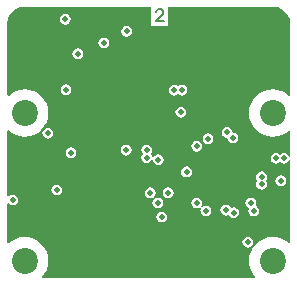
<source format=gbr>
%TF.GenerationSoftware,Altium Limited,Altium Designer,20.1.12 (249)*%
G04 Layer_Physical_Order=2*
G04 Layer_Color=36540*
%FSLAX45Y45*%
%MOMM*%
%TF.SameCoordinates,27206DED-D720-4121-B7EB-46A740E941A3*%
%TF.FilePolarity,Positive*%
%TF.FileFunction,Copper,L2,Inr,Signal*%
%TF.Part,Single*%
G01*
G75*
%TA.AperFunction,NonConductor*%
%ADD38C,0.20000*%
%TA.AperFunction,WasherPad*%
%ADD39C,2.20000*%
%TA.AperFunction,ViaPad*%
%ADD40C,0.50000*%
G36*
X2343467Y2343295D02*
X2370588Y2332061D01*
X2394996Y2315753D01*
X2415752Y2294997D01*
X2432061Y2270588D01*
X2443295Y2243467D01*
X2449022Y2214678D01*
Y2200000D01*
Y1602859D01*
X2436322Y1596852D01*
X2411652Y1617098D01*
X2376907Y1635670D01*
X2339207Y1647106D01*
X2300000Y1650967D01*
X2260793Y1647106D01*
X2223093Y1635670D01*
X2188348Y1617098D01*
X2157894Y1592106D01*
X2132901Y1561651D01*
X2114330Y1526907D01*
X2102894Y1489207D01*
X2099032Y1450000D01*
X2102894Y1410793D01*
X2114330Y1373093D01*
X2132901Y1338348D01*
X2157894Y1307894D01*
X2188348Y1282901D01*
X2223093Y1264330D01*
X2260793Y1252894D01*
X2300000Y1249032D01*
X2339207Y1252894D01*
X2376907Y1264330D01*
X2411652Y1282901D01*
X2436322Y1303148D01*
X2449022Y1297141D01*
Y1076606D01*
X2436322Y1075355D01*
X2434889Y1082558D01*
X2424943Y1097443D01*
X2410058Y1107389D01*
X2392500Y1110881D01*
X2374942Y1107389D01*
X2360057Y1097443D01*
X2359943D01*
X2345058Y1107389D01*
X2327500Y1110881D01*
X2309942Y1107389D01*
X2295057Y1097443D01*
X2285111Y1082558D01*
X2281618Y1065000D01*
X2285111Y1047442D01*
X2295057Y1032557D01*
X2309942Y1022611D01*
X2327500Y1019118D01*
X2345058Y1022611D01*
X2359943Y1032557D01*
X2360057D01*
X2374942Y1022611D01*
X2392500Y1019118D01*
X2410058Y1022611D01*
X2424943Y1032557D01*
X2434889Y1047442D01*
X2436322Y1054645D01*
X2449022Y1053394D01*
Y352859D01*
X2436322Y346852D01*
X2411652Y367099D01*
X2376907Y385670D01*
X2339207Y397106D01*
X2300000Y400968D01*
X2260793Y397106D01*
X2223093Y385670D01*
X2188348Y367099D01*
X2157894Y342106D01*
X2132901Y311652D01*
X2114330Y276907D01*
X2102894Y239207D01*
X2099032Y200000D01*
X2102894Y160793D01*
X2114330Y123093D01*
X2132901Y88349D01*
X2153148Y63678D01*
X2147141Y50978D01*
X352859D01*
X346852Y63678D01*
X367099Y88349D01*
X385670Y123093D01*
X397106Y160793D01*
X400968Y200000D01*
X397106Y239207D01*
X385670Y276907D01*
X367099Y311652D01*
X342106Y342106D01*
X311652Y367099D01*
X276907Y385670D01*
X239207Y397106D01*
X200000Y400968D01*
X160793Y397106D01*
X123093Y385670D01*
X88349Y367099D01*
X63678Y346852D01*
X50978Y352859D01*
Y680767D01*
X63678Y684620D01*
X65057Y682557D01*
X79942Y672611D01*
X97500Y669119D01*
X115058Y672611D01*
X129943Y682557D01*
X139889Y697442D01*
X143381Y715000D01*
X139889Y732558D01*
X129943Y747443D01*
X115058Y757389D01*
X97500Y760882D01*
X79942Y757389D01*
X65057Y747443D01*
X63678Y745380D01*
X50978Y749233D01*
Y1297141D01*
X63678Y1303148D01*
X88349Y1282901D01*
X123093Y1264330D01*
X160793Y1252894D01*
X200000Y1249032D01*
X239207Y1252894D01*
X276907Y1264330D01*
X311652Y1282901D01*
X342106Y1307894D01*
X367099Y1338348D01*
X385670Y1373093D01*
X397106Y1410793D01*
X400968Y1450000D01*
X397106Y1489207D01*
X385670Y1526907D01*
X367099Y1561651D01*
X342106Y1592106D01*
X311652Y1617098D01*
X276907Y1635670D01*
X239207Y1647106D01*
X200000Y1650967D01*
X160793Y1647106D01*
X123093Y1635670D01*
X88349Y1617098D01*
X63678Y1596852D01*
X50978Y1602859D01*
Y2200000D01*
Y2214677D01*
X56705Y2243468D01*
X67939Y2270588D01*
X84247Y2294996D01*
X105003Y2315752D01*
X129412Y2332061D01*
X156533Y2343295D01*
X185322Y2349022D01*
X1270000D01*
Y2187500D01*
X1416652D01*
Y2349022D01*
X2314677D01*
X2343467Y2343295D01*
D02*
G37*
%LPC*%
G36*
X545000Y2288382D02*
X527442Y2284889D01*
X512557Y2274943D01*
X502611Y2260058D01*
X499118Y2242500D01*
X502611Y2224942D01*
X512557Y2210057D01*
X527442Y2200111D01*
X545000Y2196618D01*
X562558Y2200111D01*
X577443Y2210057D01*
X587389Y2224942D01*
X590881Y2242500D01*
X587389Y2260058D01*
X577443Y2274943D01*
X562558Y2284889D01*
X545000Y2288382D01*
D02*
G37*
G36*
X1062500Y2185882D02*
X1044942Y2182389D01*
X1030057Y2172443D01*
X1020111Y2157558D01*
X1016618Y2140000D01*
X1020111Y2122442D01*
X1030057Y2107557D01*
X1044942Y2097611D01*
X1062500Y2094118D01*
X1080058Y2097611D01*
X1094943Y2107557D01*
X1104889Y2122442D01*
X1108382Y2140000D01*
X1104889Y2157558D01*
X1094943Y2172443D01*
X1080058Y2182389D01*
X1062500Y2185882D01*
D02*
G37*
G36*
X870000Y2088381D02*
X852442Y2084889D01*
X837557Y2074943D01*
X827611Y2060058D01*
X824118Y2042500D01*
X827611Y2024942D01*
X837557Y2010056D01*
X852442Y2000111D01*
X870000Y1996618D01*
X887558Y2000111D01*
X902443Y2010056D01*
X912389Y2024942D01*
X915882Y2042500D01*
X912389Y2060058D01*
X902443Y2074943D01*
X887558Y2084889D01*
X870000Y2088381D01*
D02*
G37*
G36*
X650000Y1995881D02*
X632442Y1992389D01*
X617557Y1982443D01*
X607611Y1967558D01*
X604118Y1950000D01*
X607611Y1932442D01*
X617557Y1917557D01*
X632442Y1907611D01*
X650000Y1904118D01*
X667558Y1907611D01*
X682443Y1917557D01*
X692389Y1932442D01*
X695882Y1950000D01*
X692389Y1967558D01*
X682443Y1982443D01*
X667558Y1992389D01*
X650000Y1995881D01*
D02*
G37*
G36*
X1532500Y1688381D02*
X1514942Y1684889D01*
X1500057Y1674943D01*
X1499943D01*
X1485058Y1684889D01*
X1467500Y1688381D01*
X1449942Y1684889D01*
X1435057Y1674943D01*
X1425111Y1660058D01*
X1421618Y1642500D01*
X1425111Y1624942D01*
X1435057Y1610057D01*
X1449942Y1600111D01*
X1467500Y1596618D01*
X1485058Y1600111D01*
X1499943Y1610057D01*
X1500057D01*
X1514942Y1600111D01*
X1532500Y1596618D01*
X1550058Y1600111D01*
X1564943Y1610057D01*
X1574889Y1624942D01*
X1578381Y1642500D01*
X1574889Y1660058D01*
X1564943Y1674943D01*
X1550058Y1684889D01*
X1532500Y1688381D01*
D02*
G37*
G36*
X550000Y1693381D02*
X532442Y1689889D01*
X517557Y1679943D01*
X507611Y1665058D01*
X504118Y1647500D01*
X507611Y1629942D01*
X517557Y1615057D01*
X532442Y1605111D01*
X550000Y1601618D01*
X567558Y1605111D01*
X582443Y1615057D01*
X592389Y1629942D01*
X595881Y1647500D01*
X592389Y1665058D01*
X582443Y1679943D01*
X567558Y1689889D01*
X550000Y1693381D01*
D02*
G37*
G36*
X1520000Y1500881D02*
X1502442Y1497389D01*
X1487557Y1487443D01*
X1477611Y1472558D01*
X1474118Y1455000D01*
X1477611Y1437442D01*
X1487557Y1422557D01*
X1502442Y1412611D01*
X1520000Y1409118D01*
X1537558Y1412611D01*
X1552443Y1422557D01*
X1562389Y1437442D01*
X1565882Y1455000D01*
X1562389Y1472558D01*
X1552443Y1487443D01*
X1537558Y1497389D01*
X1520000Y1500881D01*
D02*
G37*
G36*
X395000Y1323382D02*
X377442Y1319889D01*
X362557Y1309943D01*
X352611Y1295058D01*
X349118Y1277500D01*
X352611Y1259942D01*
X362557Y1245057D01*
X377442Y1235111D01*
X395000Y1231619D01*
X412558Y1235111D01*
X427443Y1245057D01*
X437389Y1259942D01*
X440882Y1277500D01*
X437389Y1295058D01*
X427443Y1309943D01*
X412558Y1319889D01*
X395000Y1323382D01*
D02*
G37*
G36*
X1915000Y1330849D02*
X1897442Y1327357D01*
X1882557Y1317411D01*
X1872611Y1302525D01*
X1869118Y1284967D01*
X1872611Y1267409D01*
X1882557Y1252524D01*
X1897442Y1242578D01*
X1906000Y1240876D01*
X1915362Y1238275D01*
X1920314Y1227194D01*
X1921763Y1219909D01*
X1931709Y1205024D01*
X1946595Y1195078D01*
X1964153Y1191586D01*
X1981711Y1195078D01*
X1996596Y1205024D01*
X2006542Y1219909D01*
X2010034Y1237467D01*
X2006542Y1255025D01*
X1996596Y1269911D01*
X1981711Y1279856D01*
X1973153Y1281559D01*
X1963790Y1284159D01*
X1958838Y1295241D01*
X1957389Y1302525D01*
X1947443Y1317411D01*
X1932558Y1327357D01*
X1915000Y1330849D01*
D02*
G37*
G36*
X1752500Y1278381D02*
X1734942Y1274888D01*
X1720057Y1264943D01*
X1710111Y1250057D01*
X1706619Y1232499D01*
X1710111Y1214941D01*
X1720057Y1200056D01*
X1734942Y1190110D01*
X1752500Y1186618D01*
X1770058Y1190110D01*
X1784943Y1200056D01*
X1794889Y1214941D01*
X1798382Y1232499D01*
X1794889Y1250057D01*
X1784943Y1264943D01*
X1770058Y1274888D01*
X1752500Y1278381D01*
D02*
G37*
G36*
X1655000Y1213381D02*
X1637442Y1209889D01*
X1622557Y1199943D01*
X1612611Y1185058D01*
X1609119Y1167500D01*
X1612611Y1149942D01*
X1622557Y1135057D01*
X1637442Y1125111D01*
X1655000Y1121618D01*
X1672559Y1125111D01*
X1687444Y1135057D01*
X1697390Y1149942D01*
X1700882Y1167500D01*
X1697390Y1185058D01*
X1687444Y1199943D01*
X1672559Y1209889D01*
X1655000Y1213381D01*
D02*
G37*
G36*
X1060000Y1180882D02*
X1042442Y1177389D01*
X1027557Y1167443D01*
X1017611Y1152558D01*
X1014118Y1135000D01*
X1017611Y1117442D01*
X1027557Y1102557D01*
X1042442Y1092611D01*
X1060000Y1089118D01*
X1077558Y1092611D01*
X1092443Y1102557D01*
X1102389Y1117442D01*
X1105881Y1135000D01*
X1102389Y1152558D01*
X1092443Y1167443D01*
X1077558Y1177389D01*
X1060000Y1180882D01*
D02*
G37*
G36*
X592500Y1160881D02*
X574942Y1157389D01*
X560057Y1147443D01*
X550111Y1132558D01*
X546618Y1115000D01*
X550111Y1097442D01*
X560057Y1082557D01*
X574942Y1072611D01*
X592500Y1069118D01*
X610058Y1072611D01*
X624943Y1082557D01*
X634889Y1097442D01*
X638382Y1115000D01*
X634889Y1132558D01*
X624943Y1147443D01*
X610058Y1157389D01*
X592500Y1160881D01*
D02*
G37*
G36*
X1232500Y1180881D02*
X1214942Y1177389D01*
X1200057Y1167443D01*
X1190111Y1152558D01*
X1186618Y1135000D01*
X1190111Y1117442D01*
X1199259Y1103750D01*
X1190111Y1090058D01*
X1186618Y1072500D01*
X1190111Y1054942D01*
X1200057Y1040057D01*
X1214942Y1030111D01*
X1232500Y1026618D01*
X1250058Y1030111D01*
X1264943Y1040057D01*
X1274540Y1054419D01*
X1277273Y1054411D01*
X1287174Y1052208D01*
X1290111Y1037442D01*
X1300057Y1022557D01*
X1314942Y1012611D01*
X1332500Y1009118D01*
X1350058Y1012611D01*
X1364943Y1022557D01*
X1374889Y1037442D01*
X1378382Y1055000D01*
X1374889Y1072558D01*
X1364943Y1087443D01*
X1350058Y1097389D01*
X1332500Y1100881D01*
X1314942Y1097389D01*
X1300057Y1087443D01*
X1290460Y1073081D01*
X1287727Y1073089D01*
X1277826Y1075292D01*
X1274889Y1090058D01*
X1265740Y1103750D01*
X1274889Y1117442D01*
X1278381Y1135000D01*
X1274889Y1152558D01*
X1264943Y1167443D01*
X1250058Y1177389D01*
X1232500Y1180881D01*
D02*
G37*
G36*
X1570000Y998381D02*
X1552442Y994889D01*
X1537557Y984943D01*
X1527611Y970058D01*
X1524119Y952500D01*
X1527611Y934942D01*
X1537557Y920057D01*
X1552442Y910111D01*
X1570000Y906618D01*
X1587558Y910111D01*
X1602444Y920057D01*
X1612389Y934942D01*
X1615882Y952500D01*
X1612389Y970058D01*
X1602444Y984943D01*
X1587558Y994889D01*
X1570000Y998381D01*
D02*
G37*
G36*
X2367500Y923382D02*
X2349942Y919889D01*
X2335057Y909944D01*
X2325111Y895058D01*
X2321619Y877500D01*
X2325111Y859942D01*
X2335057Y845057D01*
X2349942Y835111D01*
X2367500Y831619D01*
X2385058Y835111D01*
X2399944Y845057D01*
X2409890Y859942D01*
X2413382Y877500D01*
X2409890Y895058D01*
X2399944Y909944D01*
X2385058Y919889D01*
X2367500Y923382D01*
D02*
G37*
G36*
X2205000Y955881D02*
X2187442Y952389D01*
X2172557Y942443D01*
X2162611Y927558D01*
X2159119Y910000D01*
X2162611Y892442D01*
X2172557Y877557D01*
Y877443D01*
X2162611Y862558D01*
X2159119Y845000D01*
X2162611Y827442D01*
X2172557Y812557D01*
X2187442Y802611D01*
X2205000Y799118D01*
X2222558Y802611D01*
X2237443Y812557D01*
X2247389Y827442D01*
X2250882Y845000D01*
X2247389Y862558D01*
X2237443Y877443D01*
Y877557D01*
X2247389Y892442D01*
X2250882Y910000D01*
X2247389Y927558D01*
X2237443Y942443D01*
X2222558Y952389D01*
X2205000Y955881D01*
D02*
G37*
G36*
X470000Y843382D02*
X452442Y839889D01*
X437557Y829943D01*
X427611Y815058D01*
X424119Y797500D01*
X427611Y779942D01*
X437557Y765057D01*
X452442Y755111D01*
X470000Y751619D01*
X487558Y755111D01*
X502443Y765057D01*
X512389Y779942D01*
X515882Y797500D01*
X512389Y815058D01*
X502443Y829943D01*
X487558Y839889D01*
X470000Y843382D01*
D02*
G37*
G36*
X1265000Y820882D02*
X1247442Y817389D01*
X1232557Y807443D01*
X1222611Y792558D01*
X1219119Y775000D01*
X1222611Y757442D01*
X1232557Y742557D01*
X1247442Y732611D01*
X1265000Y729119D01*
X1282558Y732611D01*
X1297443Y742557D01*
X1307389Y757442D01*
X1310882Y775000D01*
X1307389Y792558D01*
X1297443Y807443D01*
X1282558Y817389D01*
X1265000Y820882D01*
D02*
G37*
G36*
X1415000Y820881D02*
X1397442Y817389D01*
X1382557Y807443D01*
X1372611Y792558D01*
X1369119Y775000D01*
X1372611Y757442D01*
X1382557Y742557D01*
X1397442Y732611D01*
X1415000Y729118D01*
X1432558Y732611D01*
X1447444Y742557D01*
X1457390Y757442D01*
X1460882Y775000D01*
X1457390Y792558D01*
X1447444Y807443D01*
X1432558Y817389D01*
X1415000Y820881D01*
D02*
G37*
G36*
X1327500Y733382D02*
X1309942Y729889D01*
X1295057Y719943D01*
X1285111Y705058D01*
X1281618Y687500D01*
X1285111Y669942D01*
X1295057Y655057D01*
X1309942Y645111D01*
X1327500Y641618D01*
X1345058Y645111D01*
X1359943Y655057D01*
X1369889Y669942D01*
X1373382Y687500D01*
X1369889Y705058D01*
X1359943Y719943D01*
X1345058Y729889D01*
X1327500Y733382D01*
D02*
G37*
G36*
X2115000Y733381D02*
X2097442Y729889D01*
X2082557Y719943D01*
X2072611Y705058D01*
X2069118Y687500D01*
X2072611Y669942D01*
X2082557Y655057D01*
X2087641Y651659D01*
X2095273Y640221D01*
X2091780Y622663D01*
X2095273Y605105D01*
X2105219Y590220D01*
X2120104Y580274D01*
X2137662Y576781D01*
X2155220Y580274D01*
X2170105Y590220D01*
X2180051Y605105D01*
X2183544Y622663D01*
X2180051Y640221D01*
X2170105Y655106D01*
X2165021Y658504D01*
X2157389Y669942D01*
X2160881Y687500D01*
X2157389Y705058D01*
X2147443Y719943D01*
X2132558Y729889D01*
X2115000Y733381D01*
D02*
G37*
G36*
X1655000D02*
X1637442Y729889D01*
X1622557Y719943D01*
X1612611Y705058D01*
X1609119Y687500D01*
X1612611Y669942D01*
X1622557Y655057D01*
X1637442Y645111D01*
X1655000Y641618D01*
X1672558Y645111D01*
X1682371Y651667D01*
X1687443Y655056D01*
X1696350Y646897D01*
X1690111Y637558D01*
X1686618Y620000D01*
X1690111Y602442D01*
X1700057Y587557D01*
X1714942Y577611D01*
X1732500Y574118D01*
X1750058Y577611D01*
X1764943Y587557D01*
X1774889Y602442D01*
X1778382Y620000D01*
X1774889Y637558D01*
X1764943Y652443D01*
X1750058Y662389D01*
X1732500Y665882D01*
X1714942Y662389D01*
X1705130Y655833D01*
X1700057Y652444D01*
X1691150Y660603D01*
X1697389Y669942D01*
X1700882Y687500D01*
X1697389Y705058D01*
X1687443Y719943D01*
X1672558Y729889D01*
X1655000Y733381D01*
D02*
G37*
G36*
X1902500Y672131D02*
X1884942Y668639D01*
X1870057Y658693D01*
X1860111Y643808D01*
X1856619Y626250D01*
X1860111Y608692D01*
X1870057Y593807D01*
X1884942Y583861D01*
X1902500Y580368D01*
X1920058Y583861D01*
X1926476Y588149D01*
X1935560Y574554D01*
X1950445Y564608D01*
X1968003Y561115D01*
X1985561Y564608D01*
X2000447Y574554D01*
X2010392Y589439D01*
X2013885Y606997D01*
X2010392Y624555D01*
X2000447Y639440D01*
X1985561Y649386D01*
X1968003Y652878D01*
X1950445Y649386D01*
X1944028Y645098D01*
X1934944Y658693D01*
X1920058Y668639D01*
X1902500Y672131D01*
D02*
G37*
G36*
X1358500Y614881D02*
X1340942Y611389D01*
X1326057Y601443D01*
X1316111Y586558D01*
X1312618Y569000D01*
X1316111Y551442D01*
X1326057Y536557D01*
X1340942Y526611D01*
X1358500Y523118D01*
X1376058Y526611D01*
X1390943Y536557D01*
X1400889Y551442D01*
X1404381Y569000D01*
X1400889Y586558D01*
X1390943Y601443D01*
X1376058Y611389D01*
X1358500Y614881D01*
D02*
G37*
G36*
X2088500Y399881D02*
X2070942Y396389D01*
X2056057Y386443D01*
X2046111Y371558D01*
X2042619Y354000D01*
X2046111Y336442D01*
X2056057Y321557D01*
X2070942Y311611D01*
X2088500Y308118D01*
X2106058Y311611D01*
X2120943Y321557D01*
X2130889Y336442D01*
X2134382Y354000D01*
X2130889Y371558D01*
X2120943Y386443D01*
X2106058Y396389D01*
X2088500Y399881D01*
D02*
G37*
%LPD*%
D38*
X1314761Y2303674D02*
Y2308435D01*
X1319522Y2317957D01*
X1324283Y2322718D01*
X1333805Y2327479D01*
X1352848D01*
X1362370Y2322718D01*
X1367131Y2317957D01*
X1371892Y2308435D01*
Y2298913D01*
X1367131Y2289391D01*
X1357609Y2275109D01*
X1310000Y2227500D01*
X1376653D01*
D39*
X200000Y1450000D02*
D03*
X2300000D02*
D03*
Y200000D02*
D03*
X200000D02*
D03*
D40*
X1415000Y775000D02*
D03*
X1327500Y687500D02*
D03*
X1810000Y116152D02*
D03*
X2327500Y1065000D02*
D03*
X2392500D02*
D03*
X1532500Y1642500D02*
D03*
X1467500D02*
D03*
X1520000Y1455000D02*
D03*
X2205000Y910000D02*
D03*
Y845000D02*
D03*
X1812500Y1380000D02*
D03*
X1915000Y1284967D02*
D03*
X2276635Y1114135D02*
D03*
X217500Y1002500D02*
D03*
X115000D02*
D03*
X320000D02*
D03*
X1902500Y626250D02*
D03*
X2115000Y687500D02*
D03*
X2189235Y781941D02*
D03*
X1005000Y1030000D02*
D03*
X550000Y1647500D02*
D03*
X1060000Y1135000D02*
D03*
X1232500Y1072500D02*
D03*
X2425000Y1127500D02*
D03*
X97500Y782500D02*
D03*
X900000Y637500D02*
D03*
X1732500Y620000D02*
D03*
X1665000Y612500D02*
D03*
X1968003Y606997D02*
D03*
X870000Y2042500D02*
D03*
X1483588Y1273587D02*
D03*
X1650000Y1650000D02*
D03*
X2185000Y427501D02*
D03*
X1570000Y952500D02*
D03*
X1332500Y1055000D02*
D03*
X1265000Y775000D02*
D03*
X1962500Y877500D02*
D03*
X1760000Y875000D02*
D03*
X1350000Y1650000D02*
D03*
X545000Y2242500D02*
D03*
X2088500Y354000D02*
D03*
X1358500Y569000D02*
D03*
X2367500Y877500D02*
D03*
X1852217Y952122D02*
D03*
X2037077Y967903D02*
D03*
X2037828Y1088136D02*
D03*
X1964153Y1237467D02*
D03*
X1752500Y1232499D02*
D03*
X2137662Y622663D02*
D03*
X1940500Y767500D02*
D03*
X2415000Y412500D02*
D03*
X1655000Y1167500D02*
D03*
X1655000Y687500D02*
D03*
X360000Y2072500D02*
D03*
X357500Y1850000D02*
D03*
X812500Y1382500D02*
D03*
X1814500Y767500D02*
D03*
X1152500Y2140000D02*
D03*
X1350000Y1950000D02*
D03*
X1650000D02*
D03*
X1950000D02*
D03*
X1050000Y1650000D02*
D03*
X470000Y797500D02*
D03*
X432500Y715000D02*
D03*
X1170000Y212500D02*
D03*
X1050000Y1212500D02*
D03*
X1232500Y1135000D02*
D03*
X1062500Y2140000D02*
D03*
X580000Y1447500D02*
D03*
X592500Y1115000D02*
D03*
X395000Y1277500D02*
D03*
X672501Y1114999D02*
D03*
X762500Y867500D02*
D03*
X1037500Y770000D02*
D03*
X97500Y715000D02*
D03*
X712500Y77500D02*
D03*
X650000Y1950000D02*
D03*
%TF.MD5,c81b58b4d081d283da2206b6f5fa48f6*%
M02*

</source>
